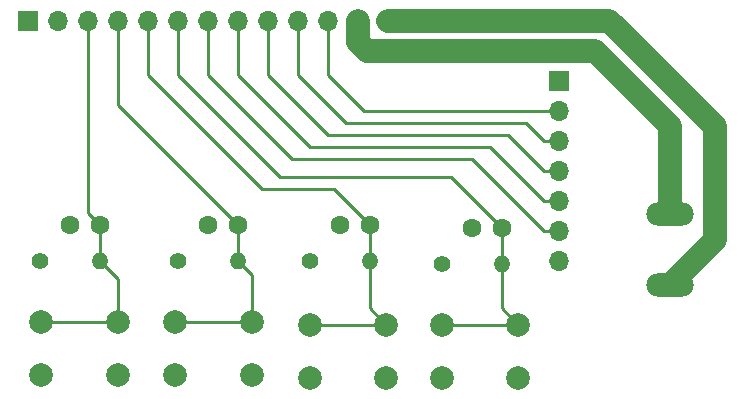
<source format=gbl>
%TF.GenerationSoftware,KiCad,Pcbnew,(6.0.4)*%
%TF.CreationDate,2022-07-19T16:39:08+09:00*%
%TF.ProjectId,io_board,696f5f62-6f61-4726-942e-6b696361645f,rev?*%
%TF.SameCoordinates,Original*%
%TF.FileFunction,Copper,L2,Bot*%
%TF.FilePolarity,Positive*%
%FSLAX46Y46*%
G04 Gerber Fmt 4.6, Leading zero omitted, Abs format (unit mm)*
G04 Created by KiCad (PCBNEW (6.0.4)) date 2022-07-19 16:39:08*
%MOMM*%
%LPD*%
G01*
G04 APERTURE LIST*
%TA.AperFunction,ComponentPad*%
%ADD10C,1.600000*%
%TD*%
%TA.AperFunction,ComponentPad*%
%ADD11C,2.000000*%
%TD*%
%TA.AperFunction,ComponentPad*%
%ADD12C,1.400000*%
%TD*%
%TA.AperFunction,ComponentPad*%
%ADD13O,1.400000X1.400000*%
%TD*%
%TA.AperFunction,ComponentPad*%
%ADD14R,1.700000X1.700000*%
%TD*%
%TA.AperFunction,ComponentPad*%
%ADD15O,1.700000X1.700000*%
%TD*%
%TA.AperFunction,ComponentPad*%
%ADD16O,4.000000X2.000000*%
%TD*%
%TA.AperFunction,Conductor*%
%ADD17C,0.250000*%
%TD*%
%TA.AperFunction,Conductor*%
%ADD18C,2.000000*%
%TD*%
G04 APERTURE END LIST*
D10*
X166116000Y-67782000D03*
X163616000Y-67782000D03*
D11*
X149860000Y-75982000D03*
X156360000Y-75982000D03*
X149860000Y-80482000D03*
X156360000Y-80482000D03*
D12*
X138684000Y-70612000D03*
D13*
X143764000Y-70612000D03*
D12*
X149860000Y-70612000D03*
D13*
X154940000Y-70612000D03*
D11*
X138482000Y-75764000D03*
X144982000Y-75764000D03*
X138482000Y-80264000D03*
X144982000Y-80264000D03*
D12*
X161036000Y-70830000D03*
D13*
X166116000Y-70830000D03*
D14*
X170967000Y-55392000D03*
D15*
X170967000Y-57932000D03*
X170967000Y-60472000D03*
X170967000Y-63012000D03*
X170967000Y-65552000D03*
X170967000Y-68092000D03*
X170967000Y-70632000D03*
D14*
X125999000Y-50267000D03*
D15*
X128539000Y-50267000D03*
X131079000Y-50267000D03*
X133619000Y-50267000D03*
X136159000Y-50267000D03*
X138699000Y-50267000D03*
X141239000Y-50267000D03*
X143779000Y-50267000D03*
X146319000Y-50267000D03*
X148859000Y-50267000D03*
X151399000Y-50267000D03*
X153939000Y-50267000D03*
X156479000Y-50267000D03*
D10*
X132080000Y-67564000D03*
X129580000Y-67564000D03*
D11*
X161036000Y-75982000D03*
X167536000Y-75982000D03*
X161036000Y-80482000D03*
X167536000Y-80482000D03*
X127104000Y-75764000D03*
X133604000Y-75764000D03*
X127104000Y-80264000D03*
X133604000Y-80264000D03*
D10*
X143764000Y-67564000D03*
X141264000Y-67564000D03*
X154940000Y-67564000D03*
X152440000Y-67564000D03*
D12*
X127000000Y-70612000D03*
D13*
X132080000Y-70612000D03*
D16*
X180340000Y-72644000D03*
X180340000Y-66644000D03*
D17*
X127104000Y-75764000D02*
X133604000Y-75764000D01*
X131079000Y-66563000D02*
X132080000Y-67564000D01*
X133604000Y-75764000D02*
X133604000Y-72136000D01*
X133604000Y-72136000D02*
X132080000Y-70612000D01*
X131079000Y-50267000D02*
X131079000Y-66563000D01*
X132080000Y-67564000D02*
X132080000Y-70612000D01*
X138482000Y-75764000D02*
X144982000Y-75764000D01*
X144982000Y-75764000D02*
X144982000Y-71830000D01*
X133619000Y-57419000D02*
X133619000Y-50267000D01*
X144982000Y-71830000D02*
X143764000Y-70612000D01*
X143764000Y-70612000D02*
X143764000Y-67564000D01*
X143764000Y-67564000D02*
X133619000Y-57419000D01*
X145796000Y-64516000D02*
X136144000Y-54864000D01*
X154940000Y-70612000D02*
X154940000Y-67564000D01*
X136159000Y-54849000D02*
X136159000Y-50267000D01*
X154940000Y-67564000D02*
X151892000Y-64516000D01*
X136144000Y-54864000D02*
X136159000Y-54849000D01*
X151892000Y-64516000D02*
X145796000Y-64516000D01*
X149860000Y-75982000D02*
X156360000Y-75982000D01*
X156360000Y-75982000D02*
X154940000Y-74562000D01*
X154940000Y-74562000D02*
X154940000Y-70612000D01*
X147320000Y-63500000D02*
X138699000Y-54879000D01*
X166116000Y-70830000D02*
X166116000Y-67782000D01*
X166116000Y-67782000D02*
X161834000Y-63500000D01*
X166116000Y-74562000D02*
X166116000Y-70830000D01*
X161036000Y-75982000D02*
X167536000Y-75982000D01*
X161834000Y-63500000D02*
X147320000Y-63500000D01*
X138699000Y-54879000D02*
X138699000Y-50267000D01*
X167536000Y-75982000D02*
X166116000Y-74562000D01*
X169672000Y-57912000D02*
X169692000Y-57932000D01*
X151399000Y-54879000D02*
X154432000Y-57912000D01*
X154432000Y-57912000D02*
X169672000Y-57912000D01*
X170967000Y-57932000D02*
X169692000Y-57932000D01*
X151399000Y-50267000D02*
X151399000Y-54879000D01*
X148859000Y-54879000D02*
X148859000Y-50267000D01*
X169692000Y-60472000D02*
X168148000Y-58928000D01*
X170967000Y-60472000D02*
X169692000Y-60472000D01*
X152908000Y-58928000D02*
X148859000Y-54879000D01*
X168148000Y-58928000D02*
X152908000Y-58928000D01*
X151384000Y-59944000D02*
X146304000Y-54864000D01*
X146304000Y-54864000D02*
X146319000Y-54849000D01*
X166624000Y-59944000D02*
X151384000Y-59944000D01*
X146319000Y-54849000D02*
X146319000Y-50267000D01*
X170967000Y-63012000D02*
X169692000Y-63012000D01*
X169692000Y-63012000D02*
X166624000Y-59944000D01*
X170967000Y-65552000D02*
X169692000Y-65552000D01*
X149860000Y-60960000D02*
X143779000Y-54879000D01*
X169692000Y-65552000D02*
X165100000Y-60960000D01*
X165100000Y-60960000D02*
X149860000Y-60960000D01*
X143779000Y-54879000D02*
X143779000Y-50267000D01*
X163576000Y-61976000D02*
X148336000Y-61976000D01*
X169692000Y-68092000D02*
X163576000Y-61976000D01*
X170967000Y-68092000D02*
X169692000Y-68092000D01*
X141239000Y-54879000D02*
X141239000Y-50267000D01*
X148336000Y-61976000D02*
X141239000Y-54879000D01*
D18*
X180340000Y-66644000D02*
X180340000Y-59182000D01*
X153939000Y-52085000D02*
X153939000Y-50267000D01*
X154686000Y-52832000D02*
X153939000Y-52085000D01*
X173990000Y-52832000D02*
X154686000Y-52832000D01*
X180340000Y-59182000D02*
X173990000Y-52832000D01*
X184150000Y-59182000D02*
X184150000Y-68834000D01*
X156479000Y-50267000D02*
X175235000Y-50267000D01*
X175235000Y-50267000D02*
X184150000Y-59182000D01*
X184150000Y-68834000D02*
X180340000Y-72644000D01*
M02*

</source>
